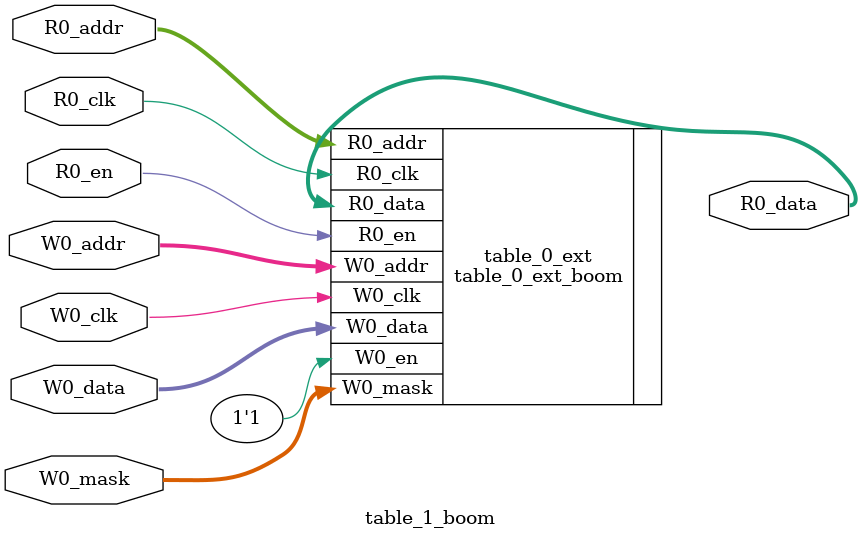
<source format=sv>
`ifndef RANDOMIZE
  `ifdef RANDOMIZE_REG_INIT
    `define RANDOMIZE
  `endif // RANDOMIZE_REG_INIT
`endif // not def RANDOMIZE
`ifndef RANDOMIZE
  `ifdef RANDOMIZE_MEM_INIT
    `define RANDOMIZE
  `endif // RANDOMIZE_MEM_INIT
`endif // not def RANDOMIZE

`ifndef RANDOM
  `define RANDOM $random
`endif // not def RANDOM

// Users can define 'PRINTF_COND' to add an extra gate to prints.
`ifndef PRINTF_COND_
  `ifdef PRINTF_COND
    `define PRINTF_COND_ (`PRINTF_COND)
  `else  // PRINTF_COND
    `define PRINTF_COND_ 1
  `endif // PRINTF_COND
`endif // not def PRINTF_COND_

// Users can define 'ASSERT_VERBOSE_COND' to add an extra gate to assert error printing.
`ifndef ASSERT_VERBOSE_COND_
  `ifdef ASSERT_VERBOSE_COND
    `define ASSERT_VERBOSE_COND_ (`ASSERT_VERBOSE_COND)
  `else  // ASSERT_VERBOSE_COND
    `define ASSERT_VERBOSE_COND_ 1
  `endif // ASSERT_VERBOSE_COND
`endif // not def ASSERT_VERBOSE_COND_

// Users can define 'STOP_COND' to add an extra gate to stop conditions.
`ifndef STOP_COND_
  `ifdef STOP_COND
    `define STOP_COND_ (`STOP_COND)
  `else  // STOP_COND
    `define STOP_COND_ 1
  `endif // STOP_COND
`endif // not def STOP_COND_

// Users can define INIT_RANDOM as general code that gets injected into the
// initializer block for modules with registers.
`ifndef INIT_RANDOM
  `define INIT_RANDOM
`endif // not def INIT_RANDOM

// If using random initialization, you can also define RANDOMIZE_DELAY to
// customize the delay used, otherwise 0.002 is used.
`ifndef RANDOMIZE_DELAY
  `define RANDOMIZE_DELAY 0.002
`endif // not def RANDOMIZE_DELAY

// Define INIT_RANDOM_PROLOG_ for use in our modules below.
`ifndef INIT_RANDOM_PROLOG_
  `ifdef RANDOMIZE
    `ifdef VERILATOR
      `define INIT_RANDOM_PROLOG_ `INIT_RANDOM
    `else  // VERILATOR
      `define INIT_RANDOM_PROLOG_ `INIT_RANDOM #`RANDOMIZE_DELAY begin end
    `endif // VERILATOR
  `else  // RANDOMIZE
    `define INIT_RANDOM_PROLOG_
  `endif // RANDOMIZE
`endif // not def INIT_RANDOM_PROLOG_

module table_1_boom(	// @[tage.scala:91:27]
  input  [7:0]  R0_addr,
  input         R0_en,
                R0_clk,
  input  [7:0]  W0_addr,
  input         W0_clk,
  input  [47:0] W0_data,
  input  [3:0]  W0_mask,
  output [47:0] R0_data
);

  table_0_ext_boom table_0_ext (	// @[tage.scala:91:27]
    .R0_addr (R0_addr),
    .R0_en   (R0_en),
    .R0_clk  (R0_clk),
    .W0_addr (W0_addr),
    .W0_en   (1'h1),
    .W0_clk  (W0_clk),
    .W0_data (W0_data),
    .W0_mask (W0_mask),
    .R0_data (R0_data)
  );
endmodule


</source>
